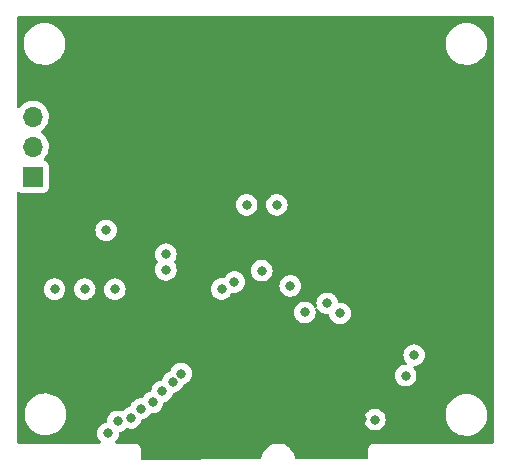
<source format=gbr>
%TF.GenerationSoftware,KiCad,Pcbnew,(6.0.0-0)*%
%TF.CreationDate,2022-02-10T00:31:09-05:00*%
%TF.ProjectId,ROM-Cartridge,524f4d2d-4361-4727-9472-696467652e6b,rev?*%
%TF.SameCoordinates,Original*%
%TF.FileFunction,Copper,L3,Inr*%
%TF.FilePolarity,Positive*%
%FSLAX46Y46*%
G04 Gerber Fmt 4.6, Leading zero omitted, Abs format (unit mm)*
G04 Created by KiCad (PCBNEW (6.0.0-0)) date 2022-02-10 00:31:09*
%MOMM*%
%LPD*%
G01*
G04 APERTURE LIST*
%TA.AperFunction,ComponentPad*%
%ADD10O,1.700000X1.700000*%
%TD*%
%TA.AperFunction,ComponentPad*%
%ADD11R,1.700000X1.700000*%
%TD*%
%TA.AperFunction,ViaPad*%
%ADD12C,0.800000*%
%TD*%
G04 APERTURE END LIST*
D10*
%TO.N,unconnected-(SW1-Pad3)*%
%TO.C,SW1*%
X102230000Y-90310000D03*
%TO.N,Net-(U1-Pad27)*%
X102230000Y-92850000D03*
D11*
%TO.N,/~{WRITE}*%
X102230000Y-95390000D03*
%TD*%
D12*
%TO.N,GND*%
X128960000Y-105750000D03*
%TO.N,/~{READ}*%
X134520000Y-110490000D03*
%TO.N,/~{EN}*%
X133807410Y-112227188D03*
X113500000Y-103270000D03*
X122890000Y-97770000D03*
%TO.N,/~{READ}*%
X113500000Y-101950000D03*
X120340000Y-97770000D03*
%TO.N,VCC*%
X109180000Y-104910000D03*
X106630000Y-104900000D03*
X104080000Y-104910000D03*
X108440000Y-99920000D03*
%TO.N,GND*%
X108430000Y-98020000D03*
X130120000Y-115880000D03*
%TO.N,VCC*%
X131200000Y-115950000D03*
%TO.N,/A14*%
X128240000Y-106960000D03*
%TO.N,/A13*%
X127162590Y-106107992D03*
%TO.N,/A12*%
X125264500Y-106882583D03*
%TO.N,/A11*%
X124031173Y-104623411D03*
%TO.N,/A10*%
X121620000Y-103340000D03*
%TO.N,/A9*%
X119300316Y-104295990D03*
%TO.N,/A8*%
X118214866Y-104895989D03*
%TO.N,/A7*%
X114790000Y-112050000D03*
%TO.N,/A6*%
X114080000Y-112760000D03*
%TO.N,/A5*%
X113190000Y-113570000D03*
%TO.N,/A4*%
X112380000Y-114500000D03*
%TO.N,/A3*%
X111390000Y-115040000D03*
%TO.N,/A2*%
X110530000Y-115820000D03*
%TO.N,/A1*%
X109420000Y-116100000D03*
%TO.N,/A0*%
X108600000Y-117120000D03*
%TD*%
%TA.AperFunction,Conductor*%
%TO.N,GND*%
G36*
X141234121Y-81828002D02*
G01*
X141280614Y-81881658D01*
X141292000Y-81934000D01*
X141292000Y-117856238D01*
X141271998Y-117924359D01*
X141218342Y-117970852D01*
X141166047Y-117982238D01*
X134595636Y-117984707D01*
X131164213Y-117985997D01*
X131163506Y-117985995D01*
X131086348Y-117985524D01*
X131077718Y-117987990D01*
X131077714Y-117987991D01*
X131057837Y-117993672D01*
X131041123Y-117997244D01*
X131020654Y-118000183D01*
X131020652Y-118000184D01*
X131011770Y-118001459D01*
X131003600Y-118005177D01*
X131003598Y-118005178D01*
X130988539Y-118012032D01*
X130970977Y-118018498D01*
X130946435Y-118025512D01*
X130938845Y-118030301D01*
X130938838Y-118030304D01*
X130921358Y-118041333D01*
X130906319Y-118049452D01*
X130887495Y-118058019D01*
X130887490Y-118058022D01*
X130879328Y-118061737D01*
X130860002Y-118078402D01*
X130844958Y-118089538D01*
X130823369Y-118103160D01*
X130803744Y-118125382D01*
X130791587Y-118137396D01*
X130769126Y-118156764D01*
X130764246Y-118164300D01*
X130764243Y-118164303D01*
X130755253Y-118178185D01*
X130743934Y-118193104D01*
X130727044Y-118212228D01*
X130723229Y-118220353D01*
X130723228Y-118220355D01*
X130714441Y-118239071D01*
X130706147Y-118254009D01*
X130690026Y-118278902D01*
X130687457Y-118287504D01*
X130687456Y-118287506D01*
X130682721Y-118303359D01*
X130676048Y-118320844D01*
X130665201Y-118343948D01*
X130662882Y-118358842D01*
X130660639Y-118373249D01*
X130656870Y-118389920D01*
X130650953Y-118409731D01*
X130650952Y-118409736D01*
X130648385Y-118418332D01*
X130648334Y-118427307D01*
X130648188Y-118452692D01*
X130648158Y-118453408D01*
X130648000Y-118454423D01*
X130648000Y-118485050D01*
X130647998Y-118485773D01*
X130647747Y-118529577D01*
X130647550Y-118563843D01*
X130647913Y-118565112D01*
X130648000Y-118566381D01*
X130648000Y-119145423D01*
X130627998Y-119213544D01*
X130574342Y-119260037D01*
X130522640Y-119271421D01*
X124571222Y-119301639D01*
X124503000Y-119281983D01*
X124456236Y-119228565D01*
X124448063Y-119205055D01*
X124399269Y-119001809D01*
X124396928Y-118992060D01*
X124381947Y-118955893D01*
X124310999Y-118784609D01*
X124310997Y-118784605D01*
X124309104Y-118780035D01*
X124189194Y-118584359D01*
X124185987Y-118580604D01*
X124185984Y-118580600D01*
X124043357Y-118413607D01*
X124040149Y-118409851D01*
X123973369Y-118352815D01*
X123869400Y-118264016D01*
X123869396Y-118264013D01*
X123865641Y-118260806D01*
X123669965Y-118140896D01*
X123665395Y-118139003D01*
X123665391Y-118139001D01*
X123462513Y-118054966D01*
X123462511Y-118054965D01*
X123457940Y-118053072D01*
X123343144Y-118025512D01*
X123239600Y-118000653D01*
X123239594Y-118000652D01*
X123234787Y-117999498D01*
X123006000Y-117981492D01*
X122777213Y-117999498D01*
X122772406Y-118000652D01*
X122772400Y-118000653D01*
X122668856Y-118025512D01*
X122554060Y-118053072D01*
X122549489Y-118054965D01*
X122549487Y-118054966D01*
X122346609Y-118139001D01*
X122346605Y-118139003D01*
X122342035Y-118140896D01*
X122146359Y-118260806D01*
X122142604Y-118264013D01*
X122142600Y-118264016D01*
X122038631Y-118352815D01*
X121971851Y-118409851D01*
X121968643Y-118413607D01*
X121826016Y-118580600D01*
X121826013Y-118580604D01*
X121822806Y-118584359D01*
X121702896Y-118780035D01*
X121701003Y-118784605D01*
X121701001Y-118784609D01*
X121630053Y-118955893D01*
X121615072Y-118992060D01*
X121611606Y-119006499D01*
X121563937Y-119205055D01*
X121561498Y-119215213D01*
X121560728Y-119215028D01*
X121532111Y-119275405D01*
X121471845Y-119312935D01*
X121438714Y-119317544D01*
X111490639Y-119368054D01*
X111422418Y-119348398D01*
X111375654Y-119294980D01*
X111364000Y-119242056D01*
X111364000Y-118502350D01*
X111364003Y-118501532D01*
X111364445Y-118433523D01*
X111364445Y-118433521D01*
X111364503Y-118424542D01*
X111356362Y-118396015D01*
X111352799Y-118379308D01*
X111349868Y-118358842D01*
X111349868Y-118358841D01*
X111348595Y-118349955D01*
X111338035Y-118326730D01*
X111331573Y-118309156D01*
X111327034Y-118293252D01*
X111327032Y-118293247D01*
X111324568Y-118284614D01*
X111308755Y-118259530D01*
X111300643Y-118244489D01*
X111292082Y-118225659D01*
X111292079Y-118225655D01*
X111288367Y-118217490D01*
X111282509Y-118210692D01*
X111282507Y-118210688D01*
X111271711Y-118198158D01*
X111260578Y-118183108D01*
X111251754Y-118169111D01*
X111251753Y-118169110D01*
X111246967Y-118161518D01*
X111224744Y-118141876D01*
X111212738Y-118129718D01*
X111199241Y-118114054D01*
X111193381Y-118107253D01*
X111185847Y-118102370D01*
X111185845Y-118102368D01*
X111171963Y-118093370D01*
X111157054Y-118082049D01*
X111144663Y-118071098D01*
X111137936Y-118065152D01*
X111111095Y-118052537D01*
X111096162Y-118044238D01*
X111078807Y-118032989D01*
X111078801Y-118032986D01*
X111071273Y-118028107D01*
X111046832Y-118020798D01*
X111029341Y-118014115D01*
X111024909Y-118012032D01*
X111006240Y-118003258D01*
X110997372Y-118001874D01*
X110997366Y-118001872D01*
X110976931Y-117998682D01*
X110960268Y-117994909D01*
X110931859Y-117986413D01*
X110922882Y-117986358D01*
X110922881Y-117986358D01*
X110897495Y-117986203D01*
X110896783Y-117986173D01*
X110895771Y-117986015D01*
X110883923Y-117986010D01*
X110865198Y-117986003D01*
X110864478Y-117986001D01*
X110833704Y-117985813D01*
X110786348Y-117985524D01*
X110785079Y-117985887D01*
X110783817Y-117985973D01*
X109326234Y-117985416D01*
X109258122Y-117965388D01*
X109211649Y-117911714D01*
X109201572Y-117841437D01*
X109232647Y-117775106D01*
X109334621Y-117661852D01*
X109334622Y-117661851D01*
X109339040Y-117656944D01*
X109434527Y-117491556D01*
X109493542Y-117309928D01*
X109498966Y-117258327D01*
X109512814Y-117126565D01*
X109513504Y-117120000D01*
X109512814Y-117113435D01*
X109512814Y-117111101D01*
X109532816Y-117042980D01*
X109586472Y-116996487D01*
X109612615Y-116987855D01*
X109702288Y-116968794D01*
X109717658Y-116961951D01*
X109870722Y-116893803D01*
X109870724Y-116893802D01*
X109876752Y-116891118D01*
X110031253Y-116778866D01*
X110035664Y-116773967D01*
X110035673Y-116773959D01*
X110089834Y-116713806D01*
X110150280Y-116676566D01*
X110221263Y-116677918D01*
X110234713Y-116683006D01*
X110247712Y-116688794D01*
X110289340Y-116697642D01*
X110428056Y-116727128D01*
X110428061Y-116727128D01*
X110434513Y-116728500D01*
X110625487Y-116728500D01*
X110631939Y-116727128D01*
X110631944Y-116727128D01*
X110718888Y-116708647D01*
X110812288Y-116688794D01*
X110855033Y-116669763D01*
X110980722Y-116613803D01*
X110980724Y-116613802D01*
X110986752Y-116611118D01*
X111141253Y-116498866D01*
X111145675Y-116493955D01*
X111264621Y-116361852D01*
X111264622Y-116361851D01*
X111269040Y-116356944D01*
X111341092Y-116232146D01*
X111361223Y-116197279D01*
X111361224Y-116197278D01*
X111364527Y-116191556D01*
X111417906Y-116027272D01*
X111457980Y-115968667D01*
X111496877Y-115950000D01*
X130286496Y-115950000D01*
X130306458Y-116139928D01*
X130365473Y-116321556D01*
X130368776Y-116327278D01*
X130368777Y-116327279D01*
X130371943Y-116332763D01*
X130460960Y-116486944D01*
X130465378Y-116491851D01*
X130465379Y-116491852D01*
X130572767Y-116611118D01*
X130588747Y-116628866D01*
X130743248Y-116741118D01*
X130749276Y-116743802D01*
X130749278Y-116743803D01*
X130882303Y-116803029D01*
X130917712Y-116818794D01*
X131011112Y-116838647D01*
X131098056Y-116857128D01*
X131098061Y-116857128D01*
X131104513Y-116858500D01*
X131295487Y-116858500D01*
X131301939Y-116857128D01*
X131301944Y-116857128D01*
X131388888Y-116838647D01*
X131482288Y-116818794D01*
X131517697Y-116803029D01*
X131650722Y-116743803D01*
X131650724Y-116743802D01*
X131656752Y-116741118D01*
X131811253Y-116628866D01*
X131827233Y-116611118D01*
X131934621Y-116491852D01*
X131934622Y-116491851D01*
X131939040Y-116486944D01*
X132028057Y-116332763D01*
X132031223Y-116327279D01*
X132031224Y-116327278D01*
X132034527Y-116321556D01*
X132093542Y-116139928D01*
X132113504Y-115950000D01*
X132093542Y-115760072D01*
X132063514Y-115667655D01*
X137179858Y-115667655D01*
X137215104Y-115926638D01*
X137216412Y-115931124D01*
X137216412Y-115931126D01*
X137236098Y-115998664D01*
X137288243Y-116177567D01*
X137290203Y-116181820D01*
X137290204Y-116181821D01*
X137294692Y-116191556D01*
X137397668Y-116414928D01*
X137400231Y-116418837D01*
X137538410Y-116629596D01*
X137538414Y-116629601D01*
X137540976Y-116633509D01*
X137715018Y-116828506D01*
X137915970Y-116995637D01*
X137919973Y-116998066D01*
X138135422Y-117128804D01*
X138135426Y-117128806D01*
X138139419Y-117131229D01*
X138380455Y-117232303D01*
X138633783Y-117296641D01*
X138638434Y-117297109D01*
X138638438Y-117297110D01*
X138828085Y-117316206D01*
X138850867Y-117318500D01*
X139006354Y-117318500D01*
X139008679Y-117318327D01*
X139008685Y-117318327D01*
X139196000Y-117304407D01*
X139196004Y-117304406D01*
X139200652Y-117304061D01*
X139205200Y-117303032D01*
X139205206Y-117303031D01*
X139403398Y-117258184D01*
X139455577Y-117246377D01*
X139461533Y-117244061D01*
X139694824Y-117153340D01*
X139694827Y-117153339D01*
X139699177Y-117151647D01*
X139743062Y-117126565D01*
X139844122Y-117068804D01*
X139926098Y-117021951D01*
X140131357Y-116860138D01*
X140310443Y-116669763D01*
X140459424Y-116455009D01*
X140463845Y-116446045D01*
X140572960Y-116224781D01*
X140572961Y-116224778D01*
X140575025Y-116220593D01*
X140592891Y-116164781D01*
X140653280Y-115976123D01*
X140654707Y-115971665D01*
X140696721Y-115713693D01*
X140700142Y-115452345D01*
X140664896Y-115193362D01*
X140650473Y-115143877D01*
X140632984Y-115083877D01*
X140591757Y-114942433D01*
X140482332Y-114705072D01*
X140392010Y-114567308D01*
X140341590Y-114490404D01*
X140341586Y-114490399D01*
X140339024Y-114486491D01*
X140164982Y-114291494D01*
X139964030Y-114124363D01*
X139821789Y-114038049D01*
X139744578Y-113991196D01*
X139744574Y-113991194D01*
X139740581Y-113988771D01*
X139499545Y-113887697D01*
X139246217Y-113823359D01*
X139241566Y-113822891D01*
X139241562Y-113822890D01*
X139032271Y-113801816D01*
X139029133Y-113801500D01*
X138873646Y-113801500D01*
X138871321Y-113801673D01*
X138871315Y-113801673D01*
X138684000Y-113815593D01*
X138683996Y-113815594D01*
X138679348Y-113815939D01*
X138674800Y-113816968D01*
X138674794Y-113816969D01*
X138488399Y-113859147D01*
X138424423Y-113873623D01*
X138420071Y-113875315D01*
X138420069Y-113875316D01*
X138185176Y-113966660D01*
X138185173Y-113966661D01*
X138180823Y-113968353D01*
X137953902Y-114098049D01*
X137748643Y-114259862D01*
X137569557Y-114450237D01*
X137420576Y-114664991D01*
X137418510Y-114669181D01*
X137418508Y-114669184D01*
X137308957Y-114891333D01*
X137304975Y-114899407D01*
X137225293Y-115148335D01*
X137183279Y-115406307D01*
X137183218Y-115410980D01*
X137180705Y-115602978D01*
X137179858Y-115667655D01*
X132063514Y-115667655D01*
X132034527Y-115578444D01*
X131939040Y-115413056D01*
X131933703Y-115407128D01*
X131815675Y-115276045D01*
X131815674Y-115276044D01*
X131811253Y-115271134D01*
X131710583Y-115197993D01*
X131662094Y-115162763D01*
X131662093Y-115162762D01*
X131656752Y-115158882D01*
X131650724Y-115156198D01*
X131650722Y-115156197D01*
X131488319Y-115083891D01*
X131488318Y-115083891D01*
X131482288Y-115081206D01*
X131388887Y-115061353D01*
X131301944Y-115042872D01*
X131301939Y-115042872D01*
X131295487Y-115041500D01*
X131104513Y-115041500D01*
X131098061Y-115042872D01*
X131098056Y-115042872D01*
X131011113Y-115061353D01*
X130917712Y-115081206D01*
X130911682Y-115083891D01*
X130911681Y-115083891D01*
X130749278Y-115156197D01*
X130749276Y-115156198D01*
X130743248Y-115158882D01*
X130737907Y-115162762D01*
X130737906Y-115162763D01*
X130689417Y-115197993D01*
X130588747Y-115271134D01*
X130584326Y-115276044D01*
X130584325Y-115276045D01*
X130466298Y-115407128D01*
X130460960Y-115413056D01*
X130365473Y-115578444D01*
X130306458Y-115760072D01*
X130286496Y-115950000D01*
X111496877Y-115950000D01*
X111511542Y-115942962D01*
X111567225Y-115931126D01*
X111672288Y-115908794D01*
X111678319Y-115906109D01*
X111840722Y-115833803D01*
X111840724Y-115833802D01*
X111846752Y-115831118D01*
X112001253Y-115718866D01*
X112105599Y-115602978D01*
X112124621Y-115581852D01*
X112124622Y-115581851D01*
X112129040Y-115576944D01*
X112189919Y-115471499D01*
X112241300Y-115422507D01*
X112299037Y-115408500D01*
X112475487Y-115408500D01*
X112481939Y-115407128D01*
X112481944Y-115407128D01*
X112573291Y-115387711D01*
X112662288Y-115368794D01*
X112668319Y-115366109D01*
X112830722Y-115293803D01*
X112830724Y-115293802D01*
X112836752Y-115291118D01*
X112991253Y-115178866D01*
X113068604Y-115092959D01*
X113114621Y-115041852D01*
X113114622Y-115041851D01*
X113119040Y-115036944D01*
X113214527Y-114871556D01*
X113273542Y-114689928D01*
X113274232Y-114683365D01*
X113286430Y-114567308D01*
X113313443Y-114501651D01*
X113371665Y-114461022D01*
X113385538Y-114457233D01*
X113472288Y-114438794D01*
X113478319Y-114436109D01*
X113640722Y-114363803D01*
X113640724Y-114363802D01*
X113646752Y-114361118D01*
X113801253Y-114248866D01*
X113805675Y-114243955D01*
X113924621Y-114111852D01*
X113924622Y-114111851D01*
X113929040Y-114106944D01*
X113998312Y-113986962D01*
X114021223Y-113947279D01*
X114021224Y-113947278D01*
X114024527Y-113941556D01*
X114083542Y-113759928D01*
X114084309Y-113760177D01*
X114115517Y-113702367D01*
X114178842Y-113667787D01*
X114216513Y-113659780D01*
X114362288Y-113628794D01*
X114368319Y-113626109D01*
X114530722Y-113553803D01*
X114530724Y-113553802D01*
X114536752Y-113551118D01*
X114691253Y-113438866D01*
X114819040Y-113296944D01*
X114914527Y-113131556D01*
X114950452Y-113020991D01*
X114954603Y-113008216D01*
X114994677Y-112949611D01*
X115048238Y-112923907D01*
X115065824Y-112920169D01*
X115065833Y-112920166D01*
X115072288Y-112918794D01*
X115078319Y-112916109D01*
X115240722Y-112843803D01*
X115240724Y-112843802D01*
X115246752Y-112841118D01*
X115401253Y-112728866D01*
X115529040Y-112586944D01*
X115624527Y-112421556D01*
X115683542Y-112239928D01*
X115684715Y-112228774D01*
X115684882Y-112227188D01*
X132893906Y-112227188D01*
X132913868Y-112417116D01*
X132972883Y-112598744D01*
X133068370Y-112764132D01*
X133196157Y-112906054D01*
X133350658Y-113018306D01*
X133356686Y-113020990D01*
X133356688Y-113020991D01*
X133383787Y-113033056D01*
X133525122Y-113095982D01*
X133618523Y-113115835D01*
X133705466Y-113134316D01*
X133705471Y-113134316D01*
X133711923Y-113135688D01*
X133902897Y-113135688D01*
X133909349Y-113134316D01*
X133909354Y-113134316D01*
X133996298Y-113115835D01*
X134089698Y-113095982D01*
X134231033Y-113033056D01*
X134258132Y-113020991D01*
X134258134Y-113020990D01*
X134264162Y-113018306D01*
X134418663Y-112906054D01*
X134546450Y-112764132D01*
X134641937Y-112598744D01*
X134700952Y-112417116D01*
X134720914Y-112227188D01*
X134719964Y-112218148D01*
X134701642Y-112043823D01*
X134701642Y-112043821D01*
X134700952Y-112037260D01*
X134641937Y-111855632D01*
X134546450Y-111690244D01*
X134473125Y-111608809D01*
X134442409Y-111544802D01*
X134451174Y-111474349D01*
X134496637Y-111419818D01*
X134566763Y-111398500D01*
X134615487Y-111398500D01*
X134621939Y-111397128D01*
X134621944Y-111397128D01*
X134721129Y-111376045D01*
X134802288Y-111358794D01*
X134808319Y-111356109D01*
X134970722Y-111283803D01*
X134970724Y-111283802D01*
X134976752Y-111281118D01*
X135002016Y-111262763D01*
X135110573Y-111183891D01*
X135131253Y-111168866D01*
X135154658Y-111142872D01*
X135254621Y-111031852D01*
X135254622Y-111031851D01*
X135259040Y-111026944D01*
X135354527Y-110861556D01*
X135413542Y-110679928D01*
X135433504Y-110490000D01*
X135413542Y-110300072D01*
X135354527Y-110118444D01*
X135259040Y-109953056D01*
X135131253Y-109811134D01*
X134976752Y-109698882D01*
X134970724Y-109696198D01*
X134970722Y-109696197D01*
X134808319Y-109623891D01*
X134808318Y-109623891D01*
X134802288Y-109621206D01*
X134708888Y-109601353D01*
X134621944Y-109582872D01*
X134621939Y-109582872D01*
X134615487Y-109581500D01*
X134424513Y-109581500D01*
X134418061Y-109582872D01*
X134418056Y-109582872D01*
X134331112Y-109601353D01*
X134237712Y-109621206D01*
X134231682Y-109623891D01*
X134231681Y-109623891D01*
X134069278Y-109696197D01*
X134069276Y-109696198D01*
X134063248Y-109698882D01*
X133908747Y-109811134D01*
X133780960Y-109953056D01*
X133685473Y-110118444D01*
X133626458Y-110300072D01*
X133606496Y-110490000D01*
X133626458Y-110679928D01*
X133685473Y-110861556D01*
X133780960Y-111026944D01*
X133854285Y-111108379D01*
X133885001Y-111172386D01*
X133876236Y-111242839D01*
X133830773Y-111297370D01*
X133760647Y-111318688D01*
X133711923Y-111318688D01*
X133705471Y-111320060D01*
X133705466Y-111320060D01*
X133618523Y-111338541D01*
X133525122Y-111358394D01*
X133519092Y-111361079D01*
X133519091Y-111361079D01*
X133356688Y-111433385D01*
X133356686Y-111433386D01*
X133350658Y-111436070D01*
X133196157Y-111548322D01*
X133068370Y-111690244D01*
X132972883Y-111855632D01*
X132913868Y-112037260D01*
X132913178Y-112043821D01*
X132913178Y-112043823D01*
X132894856Y-112218148D01*
X132893906Y-112227188D01*
X115684882Y-112227188D01*
X115702814Y-112056565D01*
X115703504Y-112050000D01*
X115694696Y-111966197D01*
X115684232Y-111866635D01*
X115684232Y-111866633D01*
X115683542Y-111860072D01*
X115624527Y-111678444D01*
X115529040Y-111513056D01*
X115425894Y-111398500D01*
X115405675Y-111376045D01*
X115405674Y-111376044D01*
X115401253Y-111371134D01*
X115277357Y-111281118D01*
X115252094Y-111262763D01*
X115252093Y-111262762D01*
X115246752Y-111258882D01*
X115240724Y-111256198D01*
X115240722Y-111256197D01*
X115078319Y-111183891D01*
X115078318Y-111183891D01*
X115072288Y-111181206D01*
X114978887Y-111161353D01*
X114891944Y-111142872D01*
X114891939Y-111142872D01*
X114885487Y-111141500D01*
X114694513Y-111141500D01*
X114688061Y-111142872D01*
X114688056Y-111142872D01*
X114601112Y-111161353D01*
X114507712Y-111181206D01*
X114501682Y-111183891D01*
X114501681Y-111183891D01*
X114339278Y-111256197D01*
X114339276Y-111256198D01*
X114333248Y-111258882D01*
X114327907Y-111262762D01*
X114327906Y-111262763D01*
X114302643Y-111281118D01*
X114178747Y-111371134D01*
X114174326Y-111376044D01*
X114174325Y-111376045D01*
X114154107Y-111398500D01*
X114050960Y-111513056D01*
X113955473Y-111678444D01*
X113953432Y-111684726D01*
X113915397Y-111801784D01*
X113875323Y-111860389D01*
X113821762Y-111886093D01*
X113804176Y-111889831D01*
X113804167Y-111889834D01*
X113797712Y-111891206D01*
X113791682Y-111893891D01*
X113791681Y-111893891D01*
X113629278Y-111966197D01*
X113629276Y-111966198D01*
X113623248Y-111968882D01*
X113468747Y-112081134D01*
X113340960Y-112223056D01*
X113245473Y-112388444D01*
X113186458Y-112570072D01*
X113185691Y-112569823D01*
X113154483Y-112627633D01*
X113091158Y-112662213D01*
X113053487Y-112670220D01*
X112907712Y-112701206D01*
X112901682Y-112703891D01*
X112901681Y-112703891D01*
X112739278Y-112776197D01*
X112739276Y-112776198D01*
X112733248Y-112778882D01*
X112578747Y-112891134D01*
X112450960Y-113033056D01*
X112355473Y-113198444D01*
X112296458Y-113380072D01*
X112295768Y-113386633D01*
X112295768Y-113386635D01*
X112283570Y-113502692D01*
X112256557Y-113568349D01*
X112198335Y-113608978D01*
X112184462Y-113612767D01*
X112097712Y-113631206D01*
X112091682Y-113633891D01*
X112091681Y-113633891D01*
X111929278Y-113706197D01*
X111929276Y-113706198D01*
X111923248Y-113708882D01*
X111768747Y-113821134D01*
X111764326Y-113826044D01*
X111764325Y-113826045D01*
X111655166Y-113947279D01*
X111640960Y-113963056D01*
X111580743Y-114067355D01*
X111580082Y-114068500D01*
X111528700Y-114117493D01*
X111470963Y-114131500D01*
X111294513Y-114131500D01*
X111288061Y-114132872D01*
X111288056Y-114132872D01*
X111201112Y-114151353D01*
X111107712Y-114171206D01*
X111101682Y-114173891D01*
X111101681Y-114173891D01*
X110939278Y-114246197D01*
X110939276Y-114246198D01*
X110933248Y-114248882D01*
X110778747Y-114361134D01*
X110774326Y-114366044D01*
X110774325Y-114366045D01*
X110688808Y-114461022D01*
X110650960Y-114503056D01*
X110555473Y-114668444D01*
X110548493Y-114689928D01*
X110502094Y-114832727D01*
X110462020Y-114891333D01*
X110408458Y-114917038D01*
X110364703Y-114926339D01*
X110247712Y-114951206D01*
X110241682Y-114953891D01*
X110241681Y-114953891D01*
X110079278Y-115026197D01*
X110079276Y-115026198D01*
X110073248Y-115028882D01*
X110067907Y-115032762D01*
X110067906Y-115032763D01*
X110055881Y-115041500D01*
X109918747Y-115141134D01*
X109914336Y-115146033D01*
X109914327Y-115146041D01*
X109860166Y-115206194D01*
X109799720Y-115243434D01*
X109728737Y-115242082D01*
X109715287Y-115236994D01*
X109702288Y-115231206D01*
X109660660Y-115222358D01*
X109521944Y-115192872D01*
X109521939Y-115192872D01*
X109515487Y-115191500D01*
X109324513Y-115191500D01*
X109318061Y-115192872D01*
X109318056Y-115192872D01*
X109231113Y-115211353D01*
X109137712Y-115231206D01*
X109131682Y-115233891D01*
X109131681Y-115233891D01*
X108969278Y-115306197D01*
X108969276Y-115306198D01*
X108963248Y-115308882D01*
X108808747Y-115421134D01*
X108804326Y-115426044D01*
X108804325Y-115426045D01*
X108780645Y-115452345D01*
X108680960Y-115563056D01*
X108677659Y-115568774D01*
X108593990Y-115713693D01*
X108585473Y-115728444D01*
X108526458Y-115910072D01*
X108525768Y-115916633D01*
X108525768Y-115916635D01*
X108524717Y-115926638D01*
X108506496Y-116100000D01*
X108507186Y-116106565D01*
X108507186Y-116108899D01*
X108487184Y-116177020D01*
X108433528Y-116223513D01*
X108407385Y-116232145D01*
X108317712Y-116251206D01*
X108311682Y-116253891D01*
X108311681Y-116253891D01*
X108149278Y-116326197D01*
X108149276Y-116326198D01*
X108143248Y-116328882D01*
X107988747Y-116441134D01*
X107984326Y-116446044D01*
X107984325Y-116446045D01*
X107947500Y-116486944D01*
X107860960Y-116583056D01*
X107843573Y-116613171D01*
X107769703Y-116741118D01*
X107765473Y-116748444D01*
X107706458Y-116930072D01*
X107705768Y-116936633D01*
X107705768Y-116936635D01*
X107694591Y-117042980D01*
X107686496Y-117120000D01*
X107687186Y-117126565D01*
X107701035Y-117258327D01*
X107706458Y-117309928D01*
X107765473Y-117491556D01*
X107860960Y-117656944D01*
X107966854Y-117774551D01*
X107997571Y-117838559D01*
X107988806Y-117909012D01*
X107943343Y-117963543D01*
X107873171Y-117984861D01*
X102021633Y-117982627D01*
X101013952Y-117982242D01*
X100945839Y-117962214D01*
X100899366Y-117908541D01*
X100888000Y-117856242D01*
X100888000Y-115607655D01*
X101539858Y-115607655D01*
X101575104Y-115866638D01*
X101576412Y-115871124D01*
X101576412Y-115871126D01*
X101596098Y-115938664D01*
X101648243Y-116117567D01*
X101650203Y-116121820D01*
X101650204Y-116121821D01*
X101661446Y-116146206D01*
X101757668Y-116354928D01*
X101760231Y-116358837D01*
X101898410Y-116569596D01*
X101898414Y-116569601D01*
X101900976Y-116573509D01*
X101936376Y-116613171D01*
X102062722Y-116754729D01*
X102075018Y-116768506D01*
X102275970Y-116935637D01*
X102279973Y-116938066D01*
X102495422Y-117068804D01*
X102495426Y-117068806D01*
X102499419Y-117071229D01*
X102740455Y-117172303D01*
X102993783Y-117236641D01*
X102998434Y-117237109D01*
X102998438Y-117237110D01*
X103191308Y-117256531D01*
X103210867Y-117258500D01*
X103366354Y-117258500D01*
X103368679Y-117258327D01*
X103368685Y-117258327D01*
X103556000Y-117244407D01*
X103556004Y-117244406D01*
X103560652Y-117244061D01*
X103565200Y-117243032D01*
X103565206Y-117243031D01*
X103751601Y-117200853D01*
X103815577Y-117186377D01*
X103851769Y-117172303D01*
X104054824Y-117093340D01*
X104054827Y-117093339D01*
X104059177Y-117091647D01*
X104286098Y-116961951D01*
X104491357Y-116800138D01*
X104670443Y-116609763D01*
X104819424Y-116395009D01*
X104839190Y-116354928D01*
X104932960Y-116164781D01*
X104932961Y-116164778D01*
X104935025Y-116160593D01*
X105000335Y-115956565D01*
X105013280Y-115916123D01*
X105014707Y-115911665D01*
X105056721Y-115653693D01*
X105059106Y-115471500D01*
X105060081Y-115397022D01*
X105060081Y-115397019D01*
X105060142Y-115392345D01*
X105024896Y-115133362D01*
X105010473Y-115083877D01*
X104971802Y-114951206D01*
X104951757Y-114882433D01*
X104842332Y-114645072D01*
X104752971Y-114508774D01*
X104701590Y-114430404D01*
X104701586Y-114430399D01*
X104699024Y-114426491D01*
X104524982Y-114231494D01*
X104324030Y-114064363D01*
X104276844Y-114035730D01*
X104104578Y-113931196D01*
X104104574Y-113931194D01*
X104100581Y-113928771D01*
X103859545Y-113827697D01*
X103606217Y-113763359D01*
X103601566Y-113762891D01*
X103601562Y-113762890D01*
X103392271Y-113741816D01*
X103389133Y-113741500D01*
X103233646Y-113741500D01*
X103231321Y-113741673D01*
X103231315Y-113741673D01*
X103044000Y-113755593D01*
X103043996Y-113755594D01*
X103039348Y-113755939D01*
X103034800Y-113756968D01*
X103034794Y-113756969D01*
X102848399Y-113799147D01*
X102784423Y-113813623D01*
X102780071Y-113815315D01*
X102780069Y-113815316D01*
X102545176Y-113906660D01*
X102545173Y-113906661D01*
X102540823Y-113908353D01*
X102313902Y-114038049D01*
X102108643Y-114199862D01*
X101929557Y-114390237D01*
X101780576Y-114604991D01*
X101778510Y-114609181D01*
X101778508Y-114609184D01*
X101729128Y-114709318D01*
X101664975Y-114839407D01*
X101663553Y-114843850D01*
X101663552Y-114843852D01*
X101645769Y-114899407D01*
X101585293Y-115088335D01*
X101543279Y-115346307D01*
X101539858Y-115607655D01*
X100888000Y-115607655D01*
X100888000Y-106882583D01*
X124350996Y-106882583D01*
X124351686Y-106889148D01*
X124367173Y-107036494D01*
X124370958Y-107072511D01*
X124429973Y-107254139D01*
X124525460Y-107419527D01*
X124529878Y-107424434D01*
X124529879Y-107424435D01*
X124599586Y-107501852D01*
X124653247Y-107561449D01*
X124807748Y-107673701D01*
X124813776Y-107676385D01*
X124813778Y-107676386D01*
X124972913Y-107747237D01*
X124982212Y-107751377D01*
X125075613Y-107771230D01*
X125162556Y-107789711D01*
X125162561Y-107789711D01*
X125169013Y-107791083D01*
X125359987Y-107791083D01*
X125366439Y-107789711D01*
X125366444Y-107789711D01*
X125453387Y-107771230D01*
X125546788Y-107751377D01*
X125556087Y-107747237D01*
X125715222Y-107676386D01*
X125715224Y-107676385D01*
X125721252Y-107673701D01*
X125875753Y-107561449D01*
X125929414Y-107501852D01*
X125999121Y-107424435D01*
X125999122Y-107424434D01*
X126003540Y-107419527D01*
X126099027Y-107254139D01*
X126158042Y-107072511D01*
X126161828Y-107036494D01*
X126177314Y-106889148D01*
X126178004Y-106882583D01*
X126158042Y-106692655D01*
X126156002Y-106686377D01*
X126156002Y-106686375D01*
X126151280Y-106671844D01*
X126149251Y-106600877D01*
X126185912Y-106540078D01*
X126249624Y-106508752D01*
X126320158Y-106516843D01*
X126375120Y-106561784D01*
X126380231Y-106569906D01*
X126420248Y-106639218D01*
X126420251Y-106639223D01*
X126423550Y-106644936D01*
X126427968Y-106649843D01*
X126427969Y-106649844D01*
X126466516Y-106692655D01*
X126551337Y-106786858D01*
X126650433Y-106858856D01*
X126692127Y-106889148D01*
X126705838Y-106899110D01*
X126711866Y-106901794D01*
X126711868Y-106901795D01*
X126857345Y-106966565D01*
X126880302Y-106976786D01*
X126973702Y-106996639D01*
X127060646Y-107015120D01*
X127060651Y-107015120D01*
X127067103Y-107016492D01*
X127218982Y-107016492D01*
X127287103Y-107036494D01*
X127333596Y-107090150D01*
X127344292Y-107129320D01*
X127346458Y-107149928D01*
X127405473Y-107331556D01*
X127500960Y-107496944D01*
X127505378Y-107501851D01*
X127505379Y-107501852D01*
X127559040Y-107561449D01*
X127628747Y-107638866D01*
X127783248Y-107751118D01*
X127789276Y-107753802D01*
X127789278Y-107753803D01*
X127873011Y-107791083D01*
X127957712Y-107828794D01*
X128051112Y-107848647D01*
X128138056Y-107867128D01*
X128138061Y-107867128D01*
X128144513Y-107868500D01*
X128335487Y-107868500D01*
X128341939Y-107867128D01*
X128341944Y-107867128D01*
X128428887Y-107848647D01*
X128522288Y-107828794D01*
X128606989Y-107791083D01*
X128690722Y-107753803D01*
X128690724Y-107753802D01*
X128696752Y-107751118D01*
X128851253Y-107638866D01*
X128920960Y-107561449D01*
X128974621Y-107501852D01*
X128974622Y-107501851D01*
X128979040Y-107496944D01*
X129074527Y-107331556D01*
X129133542Y-107149928D01*
X129153504Y-106960000D01*
X129152814Y-106953435D01*
X129134232Y-106776635D01*
X129134232Y-106776633D01*
X129133542Y-106770072D01*
X129074527Y-106588444D01*
X128979040Y-106423056D01*
X128949005Y-106389698D01*
X128855675Y-106286045D01*
X128855674Y-106286044D01*
X128851253Y-106281134D01*
X128696752Y-106168882D01*
X128690724Y-106166198D01*
X128690722Y-106166197D01*
X128528319Y-106093891D01*
X128528318Y-106093891D01*
X128522288Y-106091206D01*
X128428888Y-106071353D01*
X128341944Y-106052872D01*
X128341939Y-106052872D01*
X128335487Y-106051500D01*
X128183608Y-106051500D01*
X128115487Y-106031498D01*
X128068994Y-105977842D01*
X128058298Y-105938672D01*
X128056822Y-105924626D01*
X128056821Y-105924623D01*
X128056132Y-105918064D01*
X127997117Y-105736436D01*
X127901630Y-105571048D01*
X127789887Y-105446944D01*
X127778265Y-105434037D01*
X127778264Y-105434036D01*
X127773843Y-105429126D01*
X127619342Y-105316874D01*
X127613314Y-105314190D01*
X127613312Y-105314189D01*
X127450909Y-105241883D01*
X127450908Y-105241883D01*
X127444878Y-105239198D01*
X127348556Y-105218724D01*
X127264534Y-105200864D01*
X127264529Y-105200864D01*
X127258077Y-105199492D01*
X127067103Y-105199492D01*
X127060651Y-105200864D01*
X127060646Y-105200864D01*
X126976624Y-105218724D01*
X126880302Y-105239198D01*
X126874272Y-105241883D01*
X126874271Y-105241883D01*
X126711868Y-105314189D01*
X126711866Y-105314190D01*
X126705838Y-105316874D01*
X126551337Y-105429126D01*
X126546916Y-105434036D01*
X126546915Y-105434037D01*
X126535294Y-105446944D01*
X126423550Y-105571048D01*
X126328063Y-105736436D01*
X126269048Y-105918064D01*
X126249086Y-106107992D01*
X126249776Y-106114557D01*
X126266876Y-106277251D01*
X126269048Y-106297920D01*
X126271087Y-106304195D01*
X126271088Y-106304200D01*
X126275810Y-106318731D01*
X126277839Y-106389698D01*
X126241178Y-106450497D01*
X126177466Y-106481823D01*
X126106932Y-106473732D01*
X126051970Y-106428791D01*
X126046859Y-106420669D01*
X126006842Y-106351357D01*
X126006839Y-106351352D01*
X126003540Y-106345639D01*
X125949882Y-106286045D01*
X125880175Y-106208628D01*
X125880174Y-106208627D01*
X125875753Y-106203717D01*
X125753035Y-106114557D01*
X125726594Y-106095346D01*
X125726593Y-106095345D01*
X125721252Y-106091465D01*
X125715224Y-106088781D01*
X125715222Y-106088780D01*
X125552819Y-106016474D01*
X125552818Y-106016474D01*
X125546788Y-106013789D01*
X125453387Y-105993936D01*
X125366444Y-105975455D01*
X125366439Y-105975455D01*
X125359987Y-105974083D01*
X125169013Y-105974083D01*
X125162561Y-105975455D01*
X125162556Y-105975455D01*
X125075613Y-105993936D01*
X124982212Y-106013789D01*
X124976182Y-106016474D01*
X124976181Y-106016474D01*
X124813778Y-106088780D01*
X124813776Y-106088781D01*
X124807748Y-106091465D01*
X124802407Y-106095345D01*
X124802406Y-106095346D01*
X124775965Y-106114557D01*
X124653247Y-106203717D01*
X124648826Y-106208627D01*
X124648825Y-106208628D01*
X124579119Y-106286045D01*
X124525460Y-106345639D01*
X124429973Y-106511027D01*
X124370958Y-106692655D01*
X124350996Y-106882583D01*
X100888000Y-106882583D01*
X100888000Y-104910000D01*
X103166496Y-104910000D01*
X103167186Y-104916565D01*
X103185111Y-105087108D01*
X103186458Y-105099928D01*
X103245473Y-105281556D01*
X103340960Y-105446944D01*
X103345378Y-105451851D01*
X103345379Y-105451852D01*
X103455321Y-105573955D01*
X103468747Y-105588866D01*
X103567843Y-105660864D01*
X103604143Y-105687237D01*
X103623248Y-105701118D01*
X103629276Y-105703802D01*
X103629278Y-105703803D01*
X103778333Y-105770166D01*
X103797712Y-105778794D01*
X103891113Y-105798647D01*
X103978056Y-105817128D01*
X103978061Y-105817128D01*
X103984513Y-105818500D01*
X104175487Y-105818500D01*
X104181939Y-105817128D01*
X104181944Y-105817128D01*
X104268887Y-105798647D01*
X104362288Y-105778794D01*
X104381667Y-105770166D01*
X104530722Y-105703803D01*
X104530724Y-105703802D01*
X104536752Y-105701118D01*
X104555858Y-105687237D01*
X104592157Y-105660864D01*
X104691253Y-105588866D01*
X104704679Y-105573955D01*
X104814621Y-105451852D01*
X104814622Y-105451851D01*
X104819040Y-105446944D01*
X104914527Y-105281556D01*
X104973542Y-105099928D01*
X104974890Y-105087108D01*
X104992814Y-104916565D01*
X104993504Y-104910000D01*
X104992453Y-104900000D01*
X105716496Y-104900000D01*
X105717186Y-104906565D01*
X105735754Y-105083227D01*
X105736458Y-105089928D01*
X105795473Y-105271556D01*
X105798776Y-105277278D01*
X105798777Y-105277279D01*
X105804551Y-105287279D01*
X105890960Y-105436944D01*
X105895378Y-105441851D01*
X105895379Y-105441852D01*
X106011708Y-105571048D01*
X106018747Y-105578866D01*
X106117843Y-105650864D01*
X106162386Y-105683226D01*
X106173248Y-105691118D01*
X106179276Y-105693802D01*
X106179278Y-105693803D01*
X106332672Y-105762098D01*
X106347712Y-105768794D01*
X106441112Y-105788647D01*
X106528056Y-105807128D01*
X106528061Y-105807128D01*
X106534513Y-105808500D01*
X106725487Y-105808500D01*
X106731939Y-105807128D01*
X106731944Y-105807128D01*
X106818887Y-105788647D01*
X106912288Y-105768794D01*
X106927328Y-105762098D01*
X107080722Y-105693803D01*
X107080724Y-105693802D01*
X107086752Y-105691118D01*
X107097615Y-105683226D01*
X107142157Y-105650864D01*
X107241253Y-105578866D01*
X107248292Y-105571048D01*
X107364621Y-105441852D01*
X107364622Y-105441851D01*
X107369040Y-105436944D01*
X107455449Y-105287279D01*
X107461223Y-105277279D01*
X107461224Y-105277278D01*
X107464527Y-105271556D01*
X107523542Y-105089928D01*
X107524247Y-105083227D01*
X107542453Y-104910000D01*
X108266496Y-104910000D01*
X108267186Y-104916565D01*
X108285111Y-105087108D01*
X108286458Y-105099928D01*
X108345473Y-105281556D01*
X108440960Y-105446944D01*
X108445378Y-105451851D01*
X108445379Y-105451852D01*
X108555321Y-105573955D01*
X108568747Y-105588866D01*
X108667843Y-105660864D01*
X108704143Y-105687237D01*
X108723248Y-105701118D01*
X108729276Y-105703802D01*
X108729278Y-105703803D01*
X108878333Y-105770166D01*
X108897712Y-105778794D01*
X108991113Y-105798647D01*
X109078056Y-105817128D01*
X109078061Y-105817128D01*
X109084513Y-105818500D01*
X109275487Y-105818500D01*
X109281939Y-105817128D01*
X109281944Y-105817128D01*
X109368887Y-105798647D01*
X109462288Y-105778794D01*
X109481667Y-105770166D01*
X109630722Y-105703803D01*
X109630724Y-105703802D01*
X109636752Y-105701118D01*
X109655858Y-105687237D01*
X109692157Y-105660864D01*
X109791253Y-105588866D01*
X109804679Y-105573955D01*
X109914621Y-105451852D01*
X109914622Y-105451851D01*
X109919040Y-105446944D01*
X110014527Y-105281556D01*
X110073542Y-105099928D01*
X110074890Y-105087108D01*
X110092814Y-104916565D01*
X110093504Y-104910000D01*
X110092031Y-104895989D01*
X117301362Y-104895989D01*
X117321324Y-105085917D01*
X117380339Y-105267545D01*
X117383642Y-105273267D01*
X117383643Y-105273268D01*
X117402633Y-105306160D01*
X117475826Y-105432933D01*
X117480244Y-105437840D01*
X117480245Y-105437841D01*
X117492861Y-105451852D01*
X117603613Y-105574855D01*
X117758114Y-105687107D01*
X117764142Y-105689791D01*
X117764144Y-105689792D01*
X117926547Y-105762098D01*
X117932578Y-105764783D01*
X118004949Y-105780166D01*
X118112922Y-105803117D01*
X118112927Y-105803117D01*
X118119379Y-105804489D01*
X118310353Y-105804489D01*
X118316805Y-105803117D01*
X118316810Y-105803117D01*
X118424783Y-105780166D01*
X118497154Y-105764783D01*
X118503185Y-105762098D01*
X118665588Y-105689792D01*
X118665590Y-105689791D01*
X118671618Y-105687107D01*
X118826119Y-105574855D01*
X118936871Y-105451852D01*
X118949487Y-105437841D01*
X118949488Y-105437840D01*
X118953906Y-105432933D01*
X119046473Y-105272602D01*
X119046475Y-105272600D01*
X119049393Y-105267545D01*
X119050318Y-105268079D01*
X119092274Y-105218724D01*
X119160202Y-105198079D01*
X119187591Y-105200826D01*
X119198372Y-105203118D01*
X119198376Y-105203118D01*
X119204829Y-105204490D01*
X119395803Y-105204490D01*
X119402255Y-105203118D01*
X119402260Y-105203118D01*
X119489203Y-105184637D01*
X119582604Y-105164784D01*
X119605395Y-105154637D01*
X119751038Y-105089793D01*
X119751040Y-105089792D01*
X119757068Y-105087108D01*
X119767741Y-105079354D01*
X119812473Y-105046854D01*
X119911569Y-104974856D01*
X119915991Y-104969945D01*
X120034937Y-104837842D01*
X120034938Y-104837841D01*
X120039356Y-104832934D01*
X120134843Y-104667546D01*
X120149183Y-104623411D01*
X123117669Y-104623411D01*
X123118359Y-104629976D01*
X123127169Y-104713794D01*
X123137631Y-104813339D01*
X123196646Y-104994967D01*
X123292133Y-105160355D01*
X123296551Y-105165262D01*
X123296552Y-105165263D01*
X123393800Y-105273268D01*
X123419920Y-105302277D01*
X123574421Y-105414529D01*
X123580449Y-105417213D01*
X123580451Y-105417214D01*
X123658250Y-105451852D01*
X123748885Y-105492205D01*
X123842286Y-105512058D01*
X123929229Y-105530539D01*
X123929234Y-105530539D01*
X123935686Y-105531911D01*
X124126660Y-105531911D01*
X124133112Y-105530539D01*
X124133117Y-105530539D01*
X124220060Y-105512058D01*
X124313461Y-105492205D01*
X124404096Y-105451852D01*
X124481895Y-105417214D01*
X124481897Y-105417213D01*
X124487925Y-105414529D01*
X124642426Y-105302277D01*
X124668546Y-105273268D01*
X124765794Y-105165263D01*
X124765795Y-105165262D01*
X124770213Y-105160355D01*
X124865700Y-104994967D01*
X124924715Y-104813339D01*
X124935178Y-104713794D01*
X124943987Y-104629976D01*
X124944677Y-104623411D01*
X124924715Y-104433483D01*
X124865700Y-104251855D01*
X124845648Y-104217123D01*
X124798874Y-104136109D01*
X124770213Y-104086467D01*
X124731878Y-104043891D01*
X124646848Y-103949456D01*
X124646847Y-103949455D01*
X124642426Y-103944545D01*
X124487925Y-103832293D01*
X124481897Y-103829609D01*
X124481895Y-103829608D01*
X124319492Y-103757302D01*
X124319491Y-103757302D01*
X124313461Y-103754617D01*
X124220060Y-103734764D01*
X124133117Y-103716283D01*
X124133112Y-103716283D01*
X124126660Y-103714911D01*
X123935686Y-103714911D01*
X123929234Y-103716283D01*
X123929229Y-103716283D01*
X123842285Y-103734764D01*
X123748885Y-103754617D01*
X123742855Y-103757302D01*
X123742854Y-103757302D01*
X123580451Y-103829608D01*
X123580449Y-103829609D01*
X123574421Y-103832293D01*
X123419920Y-103944545D01*
X123415499Y-103949455D01*
X123415498Y-103949456D01*
X123330469Y-104043891D01*
X123292133Y-104086467D01*
X123263472Y-104136109D01*
X123216699Y-104217123D01*
X123196646Y-104251855D01*
X123137631Y-104433483D01*
X123117669Y-104623411D01*
X120149183Y-104623411D01*
X120193858Y-104485918D01*
X120213820Y-104295990D01*
X120208829Y-104248500D01*
X120194548Y-104112625D01*
X120194548Y-104112623D01*
X120193858Y-104106062D01*
X120134843Y-103924434D01*
X120039356Y-103759046D01*
X119911569Y-103617124D01*
X119800195Y-103536206D01*
X119762410Y-103508753D01*
X119762409Y-103508752D01*
X119757068Y-103504872D01*
X119751040Y-103502188D01*
X119751038Y-103502187D01*
X119588635Y-103429881D01*
X119588634Y-103429881D01*
X119582604Y-103427196D01*
X119489203Y-103407343D01*
X119402260Y-103388862D01*
X119402255Y-103388862D01*
X119395803Y-103387490D01*
X119204829Y-103387490D01*
X119198377Y-103388862D01*
X119198372Y-103388862D01*
X119111428Y-103407343D01*
X119018028Y-103427196D01*
X119011998Y-103429881D01*
X119011997Y-103429881D01*
X118849594Y-103502187D01*
X118849592Y-103502188D01*
X118843564Y-103504872D01*
X118838223Y-103508752D01*
X118838222Y-103508753D01*
X118800437Y-103536206D01*
X118689063Y-103617124D01*
X118561276Y-103759046D01*
X118468709Y-103919377D01*
X118468707Y-103919379D01*
X118465789Y-103924434D01*
X118464864Y-103923900D01*
X118422908Y-103973255D01*
X118354980Y-103993900D01*
X118327591Y-103991153D01*
X118316810Y-103988861D01*
X118316806Y-103988861D01*
X118310353Y-103987489D01*
X118119379Y-103987489D01*
X118112927Y-103988861D01*
X118112922Y-103988861D01*
X118047008Y-104002872D01*
X117932578Y-104027195D01*
X117926548Y-104029880D01*
X117926547Y-104029880D01*
X117764144Y-104102186D01*
X117764142Y-104102187D01*
X117758114Y-104104871D01*
X117752773Y-104108751D01*
X117752772Y-104108752D01*
X117733488Y-104122763D01*
X117603613Y-104217123D01*
X117599192Y-104222033D01*
X117599191Y-104222034D01*
X117586576Y-104236045D01*
X117475826Y-104359045D01*
X117380339Y-104524433D01*
X117321324Y-104706061D01*
X117320634Y-104712622D01*
X117320634Y-104712624D01*
X117310049Y-104813339D01*
X117301362Y-104895989D01*
X110092031Y-104895989D01*
X110084803Y-104827216D01*
X110074232Y-104726635D01*
X110074232Y-104726633D01*
X110073542Y-104720072D01*
X110014527Y-104538444D01*
X110010067Y-104530718D01*
X109957717Y-104440046D01*
X109919040Y-104373056D01*
X109906425Y-104359045D01*
X109795675Y-104236045D01*
X109795674Y-104236044D01*
X109791253Y-104231134D01*
X109666047Y-104140166D01*
X109642094Y-104122763D01*
X109642093Y-104122762D01*
X109636752Y-104118882D01*
X109630724Y-104116198D01*
X109630722Y-104116197D01*
X109468319Y-104043891D01*
X109468318Y-104043891D01*
X109462288Y-104041206D01*
X109357187Y-104018866D01*
X109281944Y-104002872D01*
X109281939Y-104002872D01*
X109275487Y-104001500D01*
X109084513Y-104001500D01*
X109078061Y-104002872D01*
X109078056Y-104002872D01*
X109002813Y-104018866D01*
X108897712Y-104041206D01*
X108891682Y-104043891D01*
X108891681Y-104043891D01*
X108729278Y-104116197D01*
X108729276Y-104116198D01*
X108723248Y-104118882D01*
X108717907Y-104122762D01*
X108717906Y-104122763D01*
X108693953Y-104140166D01*
X108568747Y-104231134D01*
X108564326Y-104236044D01*
X108564325Y-104236045D01*
X108453576Y-104359045D01*
X108440960Y-104373056D01*
X108402283Y-104440046D01*
X108349934Y-104530718D01*
X108345473Y-104538444D01*
X108286458Y-104720072D01*
X108285768Y-104726633D01*
X108285768Y-104726635D01*
X108275197Y-104827216D01*
X108266496Y-104910000D01*
X107542453Y-104910000D01*
X107542814Y-104906565D01*
X107543504Y-104900000D01*
X107523542Y-104710072D01*
X107464527Y-104528444D01*
X107369040Y-104363056D01*
X107302743Y-104289425D01*
X107245675Y-104226045D01*
X107245674Y-104226044D01*
X107241253Y-104221134D01*
X107117357Y-104131118D01*
X107092094Y-104112763D01*
X107092093Y-104112762D01*
X107086752Y-104108882D01*
X107080724Y-104106198D01*
X107080722Y-104106197D01*
X106918319Y-104033891D01*
X106918318Y-104033891D01*
X106912288Y-104031206D01*
X106818888Y-104011353D01*
X106731944Y-103992872D01*
X106731939Y-103992872D01*
X106725487Y-103991500D01*
X106534513Y-103991500D01*
X106528061Y-103992872D01*
X106528056Y-103992872D01*
X106441112Y-104011353D01*
X106347712Y-104031206D01*
X106341682Y-104033891D01*
X106341681Y-104033891D01*
X106179278Y-104106197D01*
X106179276Y-104106198D01*
X106173248Y-104108882D01*
X106167907Y-104112762D01*
X106167906Y-104112763D01*
X106142643Y-104131118D01*
X106018747Y-104221134D01*
X106014326Y-104226044D01*
X106014325Y-104226045D01*
X105957258Y-104289425D01*
X105890960Y-104363056D01*
X105795473Y-104528444D01*
X105736458Y-104710072D01*
X105716496Y-104900000D01*
X104992453Y-104900000D01*
X104984803Y-104827216D01*
X104974232Y-104726635D01*
X104974232Y-104726633D01*
X104973542Y-104720072D01*
X104914527Y-104538444D01*
X104910067Y-104530718D01*
X104857717Y-104440046D01*
X104819040Y-104373056D01*
X104806425Y-104359045D01*
X104695675Y-104236045D01*
X104695674Y-104236044D01*
X104691253Y-104231134D01*
X104566047Y-104140166D01*
X104542094Y-104122763D01*
X104542093Y-104122762D01*
X104536752Y-104118882D01*
X104530724Y-104116198D01*
X104530722Y-104116197D01*
X104368319Y-104043891D01*
X104368318Y-104043891D01*
X104362288Y-104041206D01*
X104257187Y-104018866D01*
X104181944Y-104002872D01*
X104181939Y-104002872D01*
X104175487Y-104001500D01*
X103984513Y-104001500D01*
X103978061Y-104002872D01*
X103978056Y-104002872D01*
X103902813Y-104018866D01*
X103797712Y-104041206D01*
X103791682Y-104043891D01*
X103791681Y-104043891D01*
X103629278Y-104116197D01*
X103629276Y-104116198D01*
X103623248Y-104118882D01*
X103617907Y-104122762D01*
X103617906Y-104122763D01*
X103593953Y-104140166D01*
X103468747Y-104231134D01*
X103464326Y-104236044D01*
X103464325Y-104236045D01*
X103353576Y-104359045D01*
X103340960Y-104373056D01*
X103302283Y-104440046D01*
X103249934Y-104530718D01*
X103245473Y-104538444D01*
X103186458Y-104720072D01*
X103185768Y-104726633D01*
X103185768Y-104726635D01*
X103175197Y-104827216D01*
X103166496Y-104910000D01*
X100888000Y-104910000D01*
X100888000Y-103270000D01*
X112586496Y-103270000D01*
X112587186Y-103276565D01*
X112602874Y-103425824D01*
X112606458Y-103459928D01*
X112665473Y-103641556D01*
X112760960Y-103806944D01*
X112765378Y-103811851D01*
X112765379Y-103811852D01*
X112866748Y-103924434D01*
X112888747Y-103948866D01*
X112949316Y-103992872D01*
X113015842Y-104041206D01*
X113043248Y-104061118D01*
X113049276Y-104063802D01*
X113049278Y-104063803D01*
X113191754Y-104127237D01*
X113217712Y-104138794D01*
X113311112Y-104158647D01*
X113398056Y-104177128D01*
X113398061Y-104177128D01*
X113404513Y-104178500D01*
X113595487Y-104178500D01*
X113601939Y-104177128D01*
X113601944Y-104177128D01*
X113688888Y-104158647D01*
X113782288Y-104138794D01*
X113808246Y-104127237D01*
X113950722Y-104063803D01*
X113950724Y-104063802D01*
X113956752Y-104061118D01*
X113984159Y-104041206D01*
X114050684Y-103992872D01*
X114111253Y-103948866D01*
X114133252Y-103924434D01*
X114234621Y-103811852D01*
X114234622Y-103811851D01*
X114239040Y-103806944D01*
X114334527Y-103641556D01*
X114393542Y-103459928D01*
X114397127Y-103425824D01*
X114406147Y-103340000D01*
X120706496Y-103340000D01*
X120707186Y-103346565D01*
X120723825Y-103504872D01*
X120726458Y-103529928D01*
X120785473Y-103711556D01*
X120788776Y-103717278D01*
X120788777Y-103717279D01*
X120812891Y-103759046D01*
X120880960Y-103876944D01*
X120885378Y-103881851D01*
X120885379Y-103881852D01*
X120994346Y-104002872D01*
X121008747Y-104018866D01*
X121043191Y-104043891D01*
X121146407Y-104118882D01*
X121163248Y-104131118D01*
X121169276Y-104133802D01*
X121169278Y-104133803D01*
X121269670Y-104178500D01*
X121337712Y-104208794D01*
X121418871Y-104226045D01*
X121518056Y-104247128D01*
X121518061Y-104247128D01*
X121524513Y-104248500D01*
X121715487Y-104248500D01*
X121721939Y-104247128D01*
X121721944Y-104247128D01*
X121821129Y-104226045D01*
X121902288Y-104208794D01*
X121970330Y-104178500D01*
X122070722Y-104133803D01*
X122070724Y-104133802D01*
X122076752Y-104131118D01*
X122093594Y-104118882D01*
X122196809Y-104043891D01*
X122231253Y-104018866D01*
X122245654Y-104002872D01*
X122354621Y-103881852D01*
X122354622Y-103881851D01*
X122359040Y-103876944D01*
X122427109Y-103759046D01*
X122451223Y-103717279D01*
X122451224Y-103717278D01*
X122454527Y-103711556D01*
X122513542Y-103529928D01*
X122516176Y-103504872D01*
X122532814Y-103346565D01*
X122533504Y-103340000D01*
X122513542Y-103150072D01*
X122454527Y-102968444D01*
X122359040Y-102803056D01*
X122231253Y-102661134D01*
X122076752Y-102548882D01*
X122070724Y-102546198D01*
X122070722Y-102546197D01*
X121908319Y-102473891D01*
X121908318Y-102473891D01*
X121902288Y-102471206D01*
X121808888Y-102451353D01*
X121721944Y-102432872D01*
X121721939Y-102432872D01*
X121715487Y-102431500D01*
X121524513Y-102431500D01*
X121518061Y-102432872D01*
X121518056Y-102432872D01*
X121431112Y-102451353D01*
X121337712Y-102471206D01*
X121331682Y-102473891D01*
X121331681Y-102473891D01*
X121169278Y-102546197D01*
X121169276Y-102546198D01*
X121163248Y-102548882D01*
X121008747Y-102661134D01*
X120880960Y-102803056D01*
X120785473Y-102968444D01*
X120726458Y-103150072D01*
X120706496Y-103340000D01*
X114406147Y-103340000D01*
X114412814Y-103276565D01*
X114413504Y-103270000D01*
X114400899Y-103150072D01*
X114394232Y-103086635D01*
X114394232Y-103086633D01*
X114393542Y-103080072D01*
X114334527Y-102898444D01*
X114239040Y-102733056D01*
X114204153Y-102694310D01*
X114173435Y-102630303D01*
X114182200Y-102559849D01*
X114204153Y-102525690D01*
X114234621Y-102491852D01*
X114234622Y-102491851D01*
X114239040Y-102486944D01*
X114334527Y-102321556D01*
X114393542Y-102139928D01*
X114413504Y-101950000D01*
X114393542Y-101760072D01*
X114334527Y-101578444D01*
X114239040Y-101413056D01*
X114111253Y-101271134D01*
X113956752Y-101158882D01*
X113950724Y-101156198D01*
X113950722Y-101156197D01*
X113788319Y-101083891D01*
X113788318Y-101083891D01*
X113782288Y-101081206D01*
X113688887Y-101061353D01*
X113601944Y-101042872D01*
X113601939Y-101042872D01*
X113595487Y-101041500D01*
X113404513Y-101041500D01*
X113398061Y-101042872D01*
X113398056Y-101042872D01*
X113311113Y-101061353D01*
X113217712Y-101081206D01*
X113211682Y-101083891D01*
X113211681Y-101083891D01*
X113049278Y-101156197D01*
X113049276Y-101156198D01*
X113043248Y-101158882D01*
X112888747Y-101271134D01*
X112760960Y-101413056D01*
X112665473Y-101578444D01*
X112606458Y-101760072D01*
X112586496Y-101950000D01*
X112606458Y-102139928D01*
X112665473Y-102321556D01*
X112760960Y-102486944D01*
X112765378Y-102491851D01*
X112765379Y-102491852D01*
X112795847Y-102525690D01*
X112826565Y-102589697D01*
X112817800Y-102660151D01*
X112795847Y-102694310D01*
X112760960Y-102733056D01*
X112665473Y-102898444D01*
X112606458Y-103080072D01*
X112605768Y-103086633D01*
X112605768Y-103086635D01*
X112599101Y-103150072D01*
X112586496Y-103270000D01*
X100888000Y-103270000D01*
X100888000Y-99920000D01*
X107526496Y-99920000D01*
X107546458Y-100109928D01*
X107605473Y-100291556D01*
X107700960Y-100456944D01*
X107828747Y-100598866D01*
X107983248Y-100711118D01*
X107989276Y-100713802D01*
X107989278Y-100713803D01*
X108151681Y-100786109D01*
X108157712Y-100788794D01*
X108251113Y-100808647D01*
X108338056Y-100827128D01*
X108338061Y-100827128D01*
X108344513Y-100828500D01*
X108535487Y-100828500D01*
X108541939Y-100827128D01*
X108541944Y-100827128D01*
X108628887Y-100808647D01*
X108722288Y-100788794D01*
X108728319Y-100786109D01*
X108890722Y-100713803D01*
X108890724Y-100713802D01*
X108896752Y-100711118D01*
X109051253Y-100598866D01*
X109179040Y-100456944D01*
X109274527Y-100291556D01*
X109333542Y-100109928D01*
X109353504Y-99920000D01*
X109333542Y-99730072D01*
X109274527Y-99548444D01*
X109179040Y-99383056D01*
X109051253Y-99241134D01*
X108896752Y-99128882D01*
X108890724Y-99126198D01*
X108890722Y-99126197D01*
X108728319Y-99053891D01*
X108728318Y-99053891D01*
X108722288Y-99051206D01*
X108628887Y-99031353D01*
X108541944Y-99012872D01*
X108541939Y-99012872D01*
X108535487Y-99011500D01*
X108344513Y-99011500D01*
X108338061Y-99012872D01*
X108338056Y-99012872D01*
X108251113Y-99031353D01*
X108157712Y-99051206D01*
X108151682Y-99053891D01*
X108151681Y-99053891D01*
X107989278Y-99126197D01*
X107989276Y-99126198D01*
X107983248Y-99128882D01*
X107828747Y-99241134D01*
X107700960Y-99383056D01*
X107605473Y-99548444D01*
X107546458Y-99730072D01*
X107526496Y-99920000D01*
X100888000Y-99920000D01*
X100888000Y-97770000D01*
X119426496Y-97770000D01*
X119446458Y-97959928D01*
X119505473Y-98141556D01*
X119600960Y-98306944D01*
X119728747Y-98448866D01*
X119883248Y-98561118D01*
X119889276Y-98563802D01*
X119889278Y-98563803D01*
X120051681Y-98636109D01*
X120057712Y-98638794D01*
X120151113Y-98658647D01*
X120238056Y-98677128D01*
X120238061Y-98677128D01*
X120244513Y-98678500D01*
X120435487Y-98678500D01*
X120441939Y-98677128D01*
X120441944Y-98677128D01*
X120528888Y-98658647D01*
X120622288Y-98638794D01*
X120628319Y-98636109D01*
X120790722Y-98563803D01*
X120790724Y-98563802D01*
X120796752Y-98561118D01*
X120951253Y-98448866D01*
X121079040Y-98306944D01*
X121174527Y-98141556D01*
X121233542Y-97959928D01*
X121253504Y-97770000D01*
X121976496Y-97770000D01*
X121996458Y-97959928D01*
X122055473Y-98141556D01*
X122150960Y-98306944D01*
X122278747Y-98448866D01*
X122433248Y-98561118D01*
X122439276Y-98563802D01*
X122439278Y-98563803D01*
X122601681Y-98636109D01*
X122607712Y-98638794D01*
X122701113Y-98658647D01*
X122788056Y-98677128D01*
X122788061Y-98677128D01*
X122794513Y-98678500D01*
X122985487Y-98678500D01*
X122991939Y-98677128D01*
X122991944Y-98677128D01*
X123078888Y-98658647D01*
X123172288Y-98638794D01*
X123178319Y-98636109D01*
X123340722Y-98563803D01*
X123340724Y-98563802D01*
X123346752Y-98561118D01*
X123501253Y-98448866D01*
X123629040Y-98306944D01*
X123724527Y-98141556D01*
X123783542Y-97959928D01*
X123803504Y-97770000D01*
X123783542Y-97580072D01*
X123724527Y-97398444D01*
X123629040Y-97233056D01*
X123501253Y-97091134D01*
X123346752Y-96978882D01*
X123340724Y-96976198D01*
X123340722Y-96976197D01*
X123178319Y-96903891D01*
X123178318Y-96903891D01*
X123172288Y-96901206D01*
X123078888Y-96881353D01*
X122991944Y-96862872D01*
X122991939Y-96862872D01*
X122985487Y-96861500D01*
X122794513Y-96861500D01*
X122788061Y-96862872D01*
X122788056Y-96862872D01*
X122701113Y-96881353D01*
X122607712Y-96901206D01*
X122601682Y-96903891D01*
X122601681Y-96903891D01*
X122439278Y-96976197D01*
X122439276Y-96976198D01*
X122433248Y-96978882D01*
X122278747Y-97091134D01*
X122150960Y-97233056D01*
X122055473Y-97398444D01*
X121996458Y-97580072D01*
X121976496Y-97770000D01*
X121253504Y-97770000D01*
X121233542Y-97580072D01*
X121174527Y-97398444D01*
X121079040Y-97233056D01*
X120951253Y-97091134D01*
X120796752Y-96978882D01*
X120790724Y-96976198D01*
X120790722Y-96976197D01*
X120628319Y-96903891D01*
X120628318Y-96903891D01*
X120622288Y-96901206D01*
X120528888Y-96881353D01*
X120441944Y-96862872D01*
X120441939Y-96862872D01*
X120435487Y-96861500D01*
X120244513Y-96861500D01*
X120238061Y-96862872D01*
X120238056Y-96862872D01*
X120151113Y-96881353D01*
X120057712Y-96901206D01*
X120051682Y-96903891D01*
X120051681Y-96903891D01*
X119889278Y-96976197D01*
X119889276Y-96976198D01*
X119883248Y-96978882D01*
X119728747Y-97091134D01*
X119600960Y-97233056D01*
X119505473Y-97398444D01*
X119446458Y-97580072D01*
X119426496Y-97770000D01*
X100888000Y-97770000D01*
X100888000Y-96758667D01*
X100908002Y-96690546D01*
X100961658Y-96644053D01*
X101031932Y-96633949D01*
X101089565Y-96657841D01*
X101133295Y-96690615D01*
X101269684Y-96741745D01*
X101331866Y-96748500D01*
X103128134Y-96748500D01*
X103190316Y-96741745D01*
X103326705Y-96690615D01*
X103443261Y-96603261D01*
X103530615Y-96486705D01*
X103581745Y-96350316D01*
X103588500Y-96288134D01*
X103588500Y-94491866D01*
X103581745Y-94429684D01*
X103530615Y-94293295D01*
X103443261Y-94176739D01*
X103326705Y-94089385D01*
X103306419Y-94081780D01*
X103208203Y-94044960D01*
X103151439Y-94002318D01*
X103126739Y-93935756D01*
X103141947Y-93866408D01*
X103163493Y-93837727D01*
X103264435Y-93737137D01*
X103268096Y-93733489D01*
X103376775Y-93582246D01*
X103395435Y-93556277D01*
X103398453Y-93552077D01*
X103497430Y-93351811D01*
X103562370Y-93138069D01*
X103591529Y-92916590D01*
X103593156Y-92850000D01*
X103574852Y-92627361D01*
X103520431Y-92410702D01*
X103431354Y-92205840D01*
X103377332Y-92122334D01*
X103312822Y-92022617D01*
X103312820Y-92022614D01*
X103310014Y-92018277D01*
X103159670Y-91853051D01*
X103155619Y-91849852D01*
X103155615Y-91849848D01*
X102988414Y-91717800D01*
X102988410Y-91717798D01*
X102984359Y-91714598D01*
X102943053Y-91691796D01*
X102893084Y-91641364D01*
X102878312Y-91571921D01*
X102903428Y-91505516D01*
X102930780Y-91478909D01*
X102974603Y-91447650D01*
X103109860Y-91351173D01*
X103268096Y-91193489D01*
X103376775Y-91042246D01*
X103395435Y-91016277D01*
X103398453Y-91012077D01*
X103497430Y-90811811D01*
X103562370Y-90598069D01*
X103591529Y-90376590D01*
X103593156Y-90310000D01*
X103574852Y-90087361D01*
X103520431Y-89870702D01*
X103431354Y-89665840D01*
X103377332Y-89582334D01*
X103312822Y-89482617D01*
X103312820Y-89482614D01*
X103310014Y-89478277D01*
X103159670Y-89313051D01*
X103155619Y-89309852D01*
X103155615Y-89309848D01*
X102988414Y-89177800D01*
X102988410Y-89177798D01*
X102984359Y-89174598D01*
X102788789Y-89066638D01*
X102783920Y-89064914D01*
X102783916Y-89064912D01*
X102583087Y-88993795D01*
X102583083Y-88993794D01*
X102578212Y-88992069D01*
X102573119Y-88991162D01*
X102573116Y-88991161D01*
X102363373Y-88953800D01*
X102363367Y-88953799D01*
X102358284Y-88952894D01*
X102284452Y-88951992D01*
X102140081Y-88950228D01*
X102140079Y-88950228D01*
X102134911Y-88950165D01*
X101914091Y-88983955D01*
X101701756Y-89053357D01*
X101503607Y-89156507D01*
X101499474Y-89159610D01*
X101499471Y-89159612D01*
X101475247Y-89177800D01*
X101324965Y-89290635D01*
X101170629Y-89452138D01*
X101167715Y-89456410D01*
X101167714Y-89456411D01*
X101118088Y-89529160D01*
X101063177Y-89574163D01*
X100992652Y-89582334D01*
X100928905Y-89551080D01*
X100892175Y-89490323D01*
X100888000Y-89458156D01*
X100888000Y-84257655D01*
X101459858Y-84257655D01*
X101495104Y-84516638D01*
X101496412Y-84521124D01*
X101496412Y-84521126D01*
X101516098Y-84588664D01*
X101568243Y-84767567D01*
X101677668Y-85004928D01*
X101680231Y-85008837D01*
X101818410Y-85219596D01*
X101818414Y-85219601D01*
X101820976Y-85223509D01*
X101995018Y-85418506D01*
X102195970Y-85585637D01*
X102199973Y-85588066D01*
X102415422Y-85718804D01*
X102415426Y-85718806D01*
X102419419Y-85721229D01*
X102660455Y-85822303D01*
X102913783Y-85886641D01*
X102918434Y-85887109D01*
X102918438Y-85887110D01*
X103111308Y-85906531D01*
X103130867Y-85908500D01*
X103286354Y-85908500D01*
X103288679Y-85908327D01*
X103288685Y-85908327D01*
X103476000Y-85894407D01*
X103476004Y-85894406D01*
X103480652Y-85894061D01*
X103485200Y-85893032D01*
X103485206Y-85893031D01*
X103671601Y-85850853D01*
X103735577Y-85836377D01*
X103771769Y-85822303D01*
X103974824Y-85743340D01*
X103974827Y-85743339D01*
X103979177Y-85741647D01*
X104206098Y-85611951D01*
X104411357Y-85450138D01*
X104590443Y-85259763D01*
X104739424Y-85045009D01*
X104855025Y-84810593D01*
X104934707Y-84561665D01*
X104976721Y-84303693D01*
X104977324Y-84257655D01*
X137199858Y-84257655D01*
X137235104Y-84516638D01*
X137236412Y-84521124D01*
X137236412Y-84521126D01*
X137256098Y-84588664D01*
X137308243Y-84767567D01*
X137417668Y-85004928D01*
X137420231Y-85008837D01*
X137558410Y-85219596D01*
X137558414Y-85219601D01*
X137560976Y-85223509D01*
X137735018Y-85418506D01*
X137935970Y-85585637D01*
X137939973Y-85588066D01*
X138155422Y-85718804D01*
X138155426Y-85718806D01*
X138159419Y-85721229D01*
X138400455Y-85822303D01*
X138653783Y-85886641D01*
X138658434Y-85887109D01*
X138658438Y-85887110D01*
X138851308Y-85906531D01*
X138870867Y-85908500D01*
X139026354Y-85908500D01*
X139028679Y-85908327D01*
X139028685Y-85908327D01*
X139216000Y-85894407D01*
X139216004Y-85894406D01*
X139220652Y-85894061D01*
X139225200Y-85893032D01*
X139225206Y-85893031D01*
X139411601Y-85850853D01*
X139475577Y-85836377D01*
X139511769Y-85822303D01*
X139714824Y-85743340D01*
X139714827Y-85743339D01*
X139719177Y-85741647D01*
X139946098Y-85611951D01*
X140151357Y-85450138D01*
X140330443Y-85259763D01*
X140479424Y-85045009D01*
X140595025Y-84810593D01*
X140674707Y-84561665D01*
X140716721Y-84303693D01*
X140720142Y-84042345D01*
X140684896Y-83783362D01*
X140670473Y-83733877D01*
X140613068Y-83536932D01*
X140611757Y-83532433D01*
X140502332Y-83295072D01*
X140469519Y-83245024D01*
X140361590Y-83080404D01*
X140361586Y-83080399D01*
X140359024Y-83076491D01*
X140184982Y-82881494D01*
X139984030Y-82714363D01*
X139936844Y-82685730D01*
X139764578Y-82581196D01*
X139764574Y-82581194D01*
X139760581Y-82578771D01*
X139519545Y-82477697D01*
X139266217Y-82413359D01*
X139261566Y-82412891D01*
X139261562Y-82412890D01*
X139052271Y-82391816D01*
X139049133Y-82391500D01*
X138893646Y-82391500D01*
X138891321Y-82391673D01*
X138891315Y-82391673D01*
X138704000Y-82405593D01*
X138703996Y-82405594D01*
X138699348Y-82405939D01*
X138694800Y-82406968D01*
X138694794Y-82406969D01*
X138508399Y-82449147D01*
X138444423Y-82463623D01*
X138440071Y-82465315D01*
X138440069Y-82465316D01*
X138205176Y-82556660D01*
X138205173Y-82556661D01*
X138200823Y-82558353D01*
X137973902Y-82688049D01*
X137768643Y-82849862D01*
X137589557Y-83040237D01*
X137440576Y-83254991D01*
X137324975Y-83489407D01*
X137245293Y-83738335D01*
X137203279Y-83996307D01*
X137199858Y-84257655D01*
X104977324Y-84257655D01*
X104980142Y-84042345D01*
X104944896Y-83783362D01*
X104930473Y-83733877D01*
X104873068Y-83536932D01*
X104871757Y-83532433D01*
X104762332Y-83295072D01*
X104729519Y-83245024D01*
X104621590Y-83080404D01*
X104621586Y-83080399D01*
X104619024Y-83076491D01*
X104444982Y-82881494D01*
X104244030Y-82714363D01*
X104196844Y-82685730D01*
X104024578Y-82581196D01*
X104024574Y-82581194D01*
X104020581Y-82578771D01*
X103779545Y-82477697D01*
X103526217Y-82413359D01*
X103521566Y-82412891D01*
X103521562Y-82412890D01*
X103312271Y-82391816D01*
X103309133Y-82391500D01*
X103153646Y-82391500D01*
X103151321Y-82391673D01*
X103151315Y-82391673D01*
X102964000Y-82405593D01*
X102963996Y-82405594D01*
X102959348Y-82405939D01*
X102954800Y-82406968D01*
X102954794Y-82406969D01*
X102768399Y-82449147D01*
X102704423Y-82463623D01*
X102700071Y-82465315D01*
X102700069Y-82465316D01*
X102465176Y-82556660D01*
X102465173Y-82556661D01*
X102460823Y-82558353D01*
X102233902Y-82688049D01*
X102028643Y-82849862D01*
X101849557Y-83040237D01*
X101700576Y-83254991D01*
X101584975Y-83489407D01*
X101505293Y-83738335D01*
X101463279Y-83996307D01*
X101459858Y-84257655D01*
X100888000Y-84257655D01*
X100888000Y-81934000D01*
X100908002Y-81865879D01*
X100961658Y-81819386D01*
X101014000Y-81808000D01*
X141166000Y-81808000D01*
X141234121Y-81828002D01*
G37*
%TD.AperFunction*%
%TD*%
M02*

</source>
